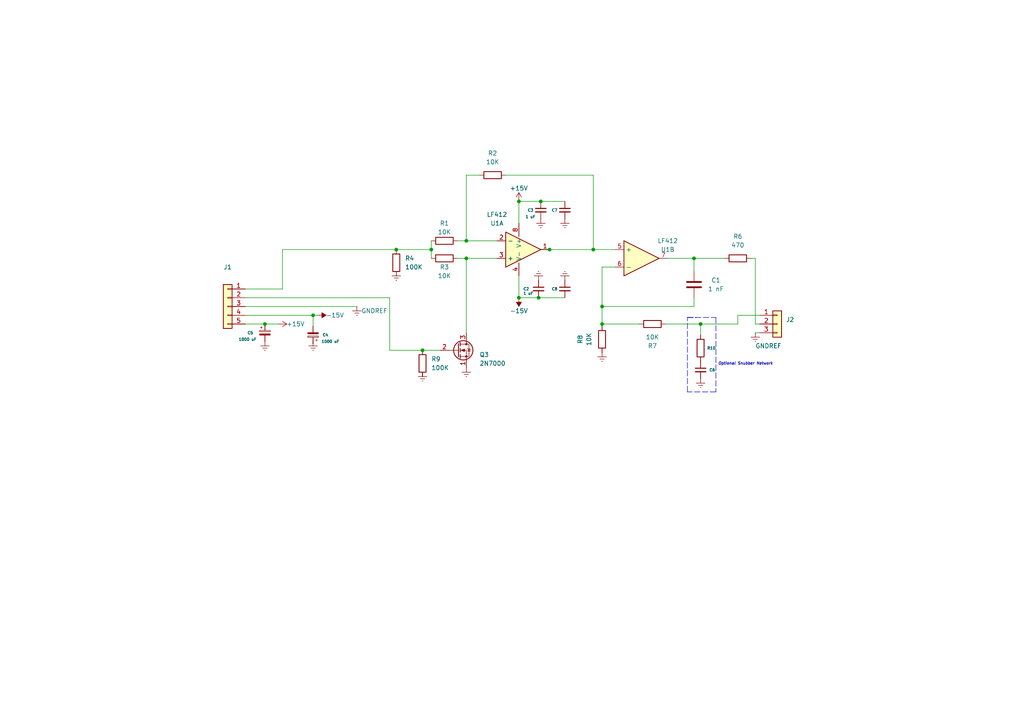
<source format=kicad_sch>
(kicad_sch (version 20211123) (generator eeschema)
  (paper "A4")
  (title_block (title "Peltier PID controller lab electronics ") (date "2022-01-06") (rev "1") (company "McGill University"))
  (lib_symbols
    (symbol "Connector_Generic:Conn_01x03" (pin_names (offset 1.016) hide)
      (property "Reference" "J" (at 0 5.08 0))
      (property "Value" "Conn_01x03" (at 0 -5.08 0))
      (symbol "Conn_01x03_1_1"
        (rectangle (start -1.27 -2.413) (end 0 -2.667) (stroke (width 0.1524)))
        (rectangle (start -1.27 0.127) (end 0 -0.127) (stroke (width 0.1524)))
        (rectangle (start -1.27 2.667) (end 0 2.413) (stroke (width 0.1524)))
        (rectangle (start -1.27 3.81) (end 1.27 -3.81) (stroke (width 0.254)) (fill (type background)))
        (pin passive line (at -5.08 2.54 0) (length 3.81) (name "Pin_1") (number "1"))
        (pin passive line (at -5.08 0 0) (length 3.81) (name "Pin_2") (number "2"))
        (pin passive line (at -5.08 -2.54 0) (length 3.81) (name "Pin_3") (number "3"))
      )
    )
    (symbol "Connector_Generic:Conn_01x05" (pin_names (offset 1.016) hide)
      (property "Reference" "J" (at 0 7.62 0))
      (property "Value" "Conn_01x05" (at 0 -7.62 0))
      (symbol "Conn_01x05_1_1"
        (rectangle (start -1.27 -4.953) (end 0 -5.207) (stroke (width 0.1524)))
        (rectangle (start -1.27 -2.413) (end 0 -2.667) (stroke (width 0.1524)))
        (rectangle (start -1.27 0.127) (end 0 -0.127) (stroke (width 0.1524)))
        (rectangle (start -1.27 2.667) (end 0 2.413) (stroke (width 0.1524)))
        (rectangle (start -1.27 5.207) (end 0 4.953) (stroke (width 0.1524)))
        (rectangle (start -1.27 6.35) (end 1.27 -6.35) (stroke (width 0.254)) (fill (type background)))
        (pin passive line (at -5.08 5.08 0) (length 3.81) (name "Pin_1") (number "1"))
        (pin passive line (at -5.08 2.54 0) (length 3.81) (name "Pin_2") (number "2"))
        (pin passive line (at -5.08 0 0) (length 3.81) (name "Pin_3") (number "3"))
        (pin passive line (at -5.08 -2.54 0) (length 3.81) (name "Pin_4") (number "4"))
        (pin passive line (at -5.08 -5.08 0) (length 3.81) (name "Pin_5") (number "5"))
      )
    )
    (symbol "Device:C" (pin_numbers hide) (pin_names (offset 0.254))
      (property "Reference" "C" (at 0.635 2.54 0))
      (property "Value" "C" (at 0.635 -2.54 0))
      (symbol "C_0_1"
        (polyline (pts (xy -2.032 -0.762) (xy 2.032 -0.762)) (stroke (width 0.508)))
        (polyline (pts (xy -2.032 0.762) (xy 2.032 0.762)) (stroke (width 0.508)))
      )
      (symbol "C_1_1"
        (pin passive line (at 0 3.81 270) (length 2.794) (name "~") (number "1"))
        (pin passive line (at 0 -3.81 90) (length 2.794) (name "~") (number "2"))
      )
    )
    (symbol "Device:C_Polarized_Small" (pin_numbers hide) (pin_names (offset 0.254) hide)
      (property "Reference" "C" (at 0.254 1.778 0))
      (property "Value" "C_Polarized_Small" (at 0.254 -2.032 0))
      (symbol "C_Polarized_Small_0_1"
        (rectangle (start -1.524 -0.3048) (end 1.524 -0.6858) (fill (type outline)))
        (rectangle (start -1.524 0.6858) (end 1.524 0.3048))
        (polyline (pts (xy -1.27 1.524) (xy -0.762 1.524)))
        (polyline (pts (xy -1.016 1.27) (xy -1.016 1.778)))
      )
      (symbol "C_Polarized_Small_1_1"
        (pin passive line (at 0 2.54 270) (length 1.8542) (name "~") (number "1"))
        (pin passive line (at 0 -2.54 90) (length 1.8542) (name "~") (number "2"))
      )
    )
    (symbol "Device:C_Small" (pin_numbers hide) (pin_names (offset 0.254) hide)
      (property "Reference" "C" (at 0.254 1.778 0))
      (property "Value" "C_Small" (at 0.254 -2.032 0))
      (symbol "C_Small_0_1"
        (polyline (pts (xy -1.524 -0.508) (xy 1.524 -0.508)) (stroke (width 0.3302)))
        (polyline (pts (xy -1.524 0.508) (xy 1.524 0.508)) (stroke (width 0.3048)))
      )
      (symbol "C_Small_1_1"
        (pin passive line (at 0 2.54 270) (length 2.032) (name "~") (number "1"))
        (pin passive line (at 0 -2.54 90) (length 2.032) (name "~") (number "2"))
      )
    )
    (symbol "Device:Opamp_Dual"
      (property "Reference" "U" (at 0 5.08 0))
      (property "Value" "Opamp_Dual" (at 0 -5.08 0))
      (symbol "Opamp_Dual_1_1"
        (polyline (pts (xy -5.08 5.08) (xy 5.08 0) (xy -5.08 -5.08) (xy -5.08 5.08)) (stroke (width 0.254)) (fill (type background)))
        (pin output line (at 7.62 0 180) (length 2.54) (name "~") (number "1"))
        (pin input line (at -7.62 -2.54 0) (length 2.54) (name "-") (number "2"))
        (pin input line (at -7.62 2.54 0) (length 2.54) (name "+") (number "3"))
      )
      (symbol "Opamp_Dual_2_1"
        (polyline (pts (xy -5.08 5.08) (xy 5.08 0) (xy -5.08 -5.08) (xy -5.08 5.08)) (stroke (width 0.254)) (fill (type background)))
        (pin input line (at -7.62 2.54 0) (length 2.54) (name "+") (number "5"))
        (pin input line (at -7.62 -2.54 0) (length 2.54) (name "-") (number "6"))
        (pin output line (at 7.62 0 180) (length 2.54) (name "~") (number "7"))
      )
      (symbol "Opamp_Dual_3_1"
        (pin power_in line (at -2.54 -7.62 90) (length 3.81) (name "V-") (number "4"))
        (pin power_in line (at -2.54 7.62 270) (length 3.81) (name "V+") (number "8"))
      )
    )
    (symbol "Device:R" (pin_numbers hide) (pin_names (offset 0))
      (property "Reference" "R" (at 2.032 0 90))
      (property "Value" "R" (at 0 0 90))
      (symbol "R_0_1"
        (rectangle (start -1.016 -2.54) (end 1.016 2.54) (stroke (width 0.254)))
      )
      (symbol "R_1_1"
        (pin passive line (at 0 3.81 270) (length 1.27) (name "~") (number "1"))
        (pin passive line (at 0 -3.81 90) (length 1.27) (name "~") (number "2"))
      )
    )
    (symbol "Transistor_FET:2N7000" (pin_names hide)
      (property "Reference" "Q" (at 5.08 1.905 0))
      (property "Value" "2N7000" (at 5.08 0 0))
      (symbol "2N7000_0_1"
        (polyline (pts (xy 0.254 0) (xy -2.54 0)))
        (polyline (pts (xy 0.254 1.905) (xy 0.254 -1.905)) (stroke (width 0.254)))
        (polyline (pts (xy 0.762 -1.27) (xy 0.762 -2.286)) (stroke (width 0.254)))
        (polyline (pts (xy 0.762 0.508) (xy 0.762 -0.508)) (stroke (width 0.254)))
        (polyline (pts (xy 0.762 2.286) (xy 0.762 1.27)) (stroke (width 0.254)))
        (polyline (pts (xy 2.54 2.54) (xy 2.54 1.778)))
        (polyline (pts (xy 2.54 -2.54) (xy 2.54 0) (xy 0.762 0)))
        (polyline (pts (xy 0.762 -1.778) (xy 3.302 -1.778) (xy 3.302 1.778) (xy 0.762 1.778)))
        (polyline (pts (xy 1.016 0) (xy 2.032 0.381) (xy 2.032 -0.381) (xy 1.016 0)) (fill (type outline)))
        (polyline (pts (xy 2.794 0.508) (xy 2.921 0.381) (xy 3.683 0.381) (xy 3.81 0.254)))
        (polyline (pts (xy 3.302 0.381) (xy 2.921 -0.254) (xy 3.683 -0.254) (xy 3.302 0.381)))
        (circle (center 1.651 0) (radius 2.794) (stroke (width 0.254)))
        (circle (center 2.54 -1.778) (radius 0.254) (fill (type outline)))
        (circle (center 2.54 1.778) (radius 0.254) (fill (type outline)))
      )
      (symbol "2N7000_1_1"
        (pin passive line (at 2.54 -5.08 90) (length 2.54) (name "S") (number "1"))
        (pin input line (at -5.08 0 0) (length 2.54) (name "G") (number "2"))
        (pin passive line (at 2.54 5.08 270) (length 2.54) (name "D") (number "3"))
      )
    )
    (symbol "power:+15V" (power) (pin_names (offset 0))
      (property "Value" "+15V" (at 0 3.556 0))
      (symbol "+15V_0_1"
        (polyline (pts (xy -0.762 1.27) (xy 0 2.54)))
        (polyline (pts (xy 0 0) (xy 0 2.54)))
        (polyline (pts (xy 0 2.54) (xy 0.762 1.27)))
      )
      (symbol "+15V_1_1"
        (pin power_in line (at 0 0 90) (length 0) hide (name "+15V") (number "1"))
      )
    )
    (symbol "power:-15V" (power) (pin_names (offset 0))
      (property "Value" "-15V" (at 0 3.81 0))
      (symbol "-15V_0_0"
        (pin power_in line (at 0 0 90) (length 0) hide (name "-15V") (number "1"))
      )
      (symbol "-15V_0_1"
        (polyline (pts (xy 0 0) (xy 0 1.27) (xy 0.762 1.27) (xy 0 2.54) (xy -0.762 1.27) (xy 0 1.27)) (fill (type outline)))
      )
    )
    (symbol "power:GNDREF" (power) (pin_names (offset 0))
      (property "Value" "GNDREF" (at 0 -3.81 0))
      (symbol "GNDREF_0_1"
        (polyline (pts (xy -0.635 -1.905) (xy 0.635 -1.905)))
        (polyline (pts (xy -0.127 -2.54) (xy 0.127 -2.54)))
        (polyline (pts (xy 0 -1.27) (xy 0 0)))
        (polyline (pts (xy 1.27 -1.27) (xy -1.27 -1.27)))
      )
      (symbol "GNDREF_1_1"
        (pin power_in line (at 0 0 270) (length 0) hide (name "GNDREF") (number "1"))
      )
    )
  )
  (junction (at 125.095 72.39))
  (junction (at 156.845 58.42))
  (junction (at 156.21 86.36))
  (junction (at 90.805 91.44))
  (junction (at 135.255 74.93))
  (junction (at 203.2 93.98))
  (junction (at 135.255 69.85))
  (junction (at 150.495 58.42))
  (junction (at 150.495 86.36))
  (junction (at 172.085 72.39))
  (junction (at 174.625 88.9))
  (junction (at 122.555 101.6))
  (junction (at 201.295 74.93))
  (junction (at 159.385 72.39))
  (junction (at 174.625 93.98))
  (junction (at 114.935 72.39))
  (junction (at 76.835 93.98))
  (wire (pts (xy 92.075 91.44) (xy 90.805 91.44)))
  (wire (pts (xy 174.625 93.98) (xy 174.625 94.615)))
  (wire (pts (xy 193.675 74.93) (xy 201.295 74.93)))
  (wire (pts (xy 113.03 86.36) (xy 113.03 101.6)))
  (wire (pts (xy 81.915 83.82) (xy 81.915 72.39)))
  (wire (pts (xy 156.845 72.39) (xy 159.385 72.39)))
  (wire (pts (xy 150.495 86.36) (xy 156.21 86.36)))
  (wire (pts (xy 213.995 91.44) (xy 220.345 91.44)))
  (wire (pts (xy 114.935 78.74) (xy 114.935 80.01)))
  (wire (pts (xy 71.12 93.98) (xy 76.835 93.98)))
  (wire (pts (xy 122.555 101.6) (xy 127.635 101.6)))
  (wire (pts (xy 201.295 74.93) (xy 210.185 74.93)))
  (wire (pts (xy 203.2 93.98) (xy 203.2 97.155)))
  (polyline (pts (xy 207.645 113.665) (xy 199.39 113.665)))
  (wire (pts (xy 219.075 93.98) (xy 220.345 93.98)))
  (polyline (pts (xy 207.645 92.075) (xy 207.645 113.665)))
  (wire (pts (xy 71.12 88.9) (xy 103.505 88.9)))
  (wire (pts (xy 174.625 77.47) (xy 178.435 77.47)))
  (wire (pts (xy 213.995 93.98) (xy 213.995 91.44)))
  (wire (pts (xy 174.625 88.9) (xy 174.625 93.98)))
  (wire (pts (xy 201.295 74.93) (xy 201.295 78.74)))
  (wire (pts (xy 150.495 58.42) (xy 150.495 64.77)))
  (wire (pts (xy 185.42 93.98) (xy 174.625 93.98)))
  (wire (pts (xy 174.625 77.47) (xy 174.625 88.9)))
  (polyline (pts (xy 199.39 92.075) (xy 201.93 92.075)))
  (wire (pts (xy 201.295 86.36) (xy 201.295 88.9)))
  (wire (pts (xy 156.21 86.36) (xy 163.83 86.36)))
  (wire (pts (xy 71.12 86.36) (xy 113.03 86.36)))
  (wire (pts (xy 150.495 58.42) (xy 156.845 58.42)))
  (wire (pts (xy 81.915 72.39) (xy 114.935 72.39)))
  (wire (pts (xy 90.805 91.44) (xy 71.12 91.44)))
  (wire (pts (xy 122.555 107.95) (xy 122.555 109.22)))
  (wire (pts (xy 71.12 83.82) (xy 81.915 83.82)))
  (wire (pts (xy 132.715 74.93) (xy 135.255 74.93)))
  (wire (pts (xy 135.255 74.93) (xy 135.255 96.52)))
  (wire (pts (xy 159.385 72.39) (xy 172.085 72.39)))
  (wire (pts (xy 76.835 93.98) (xy 80.645 93.98)))
  (polyline (pts (xy 199.39 113.665) (xy 199.39 92.075)))
  (wire (pts (xy 203.2 93.98) (xy 213.995 93.98)))
  (wire (pts (xy 125.095 72.39) (xy 125.095 74.93)))
  (wire (pts (xy 135.255 50.8) (xy 135.255 69.85)))
  (wire (pts (xy 139.065 50.8) (xy 135.255 50.8)))
  (wire (pts (xy 172.085 50.8) (xy 172.085 72.39)))
  (wire (pts (xy 150.495 80.01) (xy 150.495 86.36)))
  (wire (pts (xy 90.805 99.695) (xy 90.805 99.06)))
  (wire (pts (xy 125.095 69.85) (xy 125.095 72.39)))
  (wire (pts (xy 219.075 96.52) (xy 220.345 96.52)))
  (wire (pts (xy 114.935 72.39) (xy 125.095 72.39)))
  (wire (pts (xy 201.295 88.9) (xy 174.625 88.9)))
  (wire (pts (xy 219.075 74.93) (xy 217.805 74.93)))
  (wire (pts (xy 135.255 69.85) (xy 144.145 69.85)))
  (wire (pts (xy 90.805 91.44) (xy 90.805 94.615)))
  (wire (pts (xy 132.715 69.85) (xy 135.255 69.85)))
  (wire (pts (xy 113.03 101.6) (xy 122.555 101.6)))
  (wire (pts (xy 146.685 50.8) (xy 172.085 50.8)))
  (wire (pts (xy 156.845 58.42) (xy 163.83 58.42)))
  (polyline (pts (xy 199.39 92.075) (xy 207.645 92.075)))
  (wire (pts (xy 219.075 74.93) (xy 219.075 93.98)))
  (wire (pts (xy 172.085 72.39) (xy 178.435 72.39)))
  (wire (pts (xy 193.04 93.98) (xy 203.2 93.98)))
  (wire (pts (xy 135.255 74.93) (xy 144.145 74.93)))
  (text "Optional Snubber Network" (at 208.28 106.045 0) (effects (font (size 0.8 0.8) italic) (justify left bottom)))
  (symbol (lib_id "power:GNDREF") (at 156.21 81.28 180) (unit 1)
    (property "Reference" "#PWR0103" (effects hide))
    (property "Value" "GNDREF" (effects hide))
  )
  (symbol (lib_id "Device:C") (at 201.295 82.55 0) (unit 1)
    (property "Reference" "C1" (at 207.645 81.28 0))
    (property "Value" "1 nF" (at 207.645 83.82 0))
    (property "Footprint" "Capacitor_THT:C_Axial_L3.8mm_D2.6mm_P7.50mm_Horizontal" (effects hide))
  )
  (symbol (lib_id "Device:R") (at 122.555 105.41 0) (unit 1)
    (property "Reference" "R9" (at 125.095 104.1399 0) (effects (justify left)))
    (property "Value" "100K" (at 125.095 106.6799 0) (effects (justify left)))
    (property "Footprint" "Resistor_THT:R_Axial_DIN0207_L6.3mm_D2.5mm_P10.16mm_Horizontal" (effects hide))
  )
  (symbol (lib_id "Device:C_Small") (at 163.83 60.96 0) (mirror y) (unit 1)
    (property "Reference" "C7" (at 160.02 60.96 0) (effects (font (size 0.8 0.8)) (justify right)))
    (property "Value" "C_Small" (effects hide))
    (property "Footprint" "Capacitor_THT:C_Axial_L3.8mm_D2.6mm_P7.50mm_Horizontal" (effects hide))
  )
  (symbol (lib_id "Device:Opamp_Dual") (at 151.765 72.39 0) (mirror x) (unit 1)
    (property "Reference" "U1" (at 144.145 64.77 0))
    (property "Value" "LF412" (at 144.145 62.23 0))
    (property "Footprint" "Package_DIP:DIP-8_W7.62mm_Socket_LongPads" (effects hide))
  )
  (symbol (lib_id "power:GNDREF") (at 122.555 107.95 0) (unit 1)
    (property "Reference" "#PWR0104" (effects hide))
    (property "Value" "GNDREF" (effects hide))
  )
  (symbol (lib_id "power:-15V") (at 150.495 86.36 180) (unit 1)
    (property "Reference" "#PWR0109" (effects hide))
    (property "Value" "-15V" (at 150.495 90.17 0))
  )
  (symbol (lib_id "Device:Opamp_Dual") (at 153.035 72.39 0) (unit 3)
    (property "Reference" "U1" (effects hide))
    (property "Value" "LF412" (effects hide))
    (property "Footprint" "Package_DIP:DIP-8_W7.62mm_Socket_LongPads" (effects hide))
  )
  (symbol (lib_id "power:GNDREF") (at 114.935 78.74 0) (unit 1)
    (property "Reference" "#PWR0107" (effects hide))
    (property "Value" "GNDREF" (effects hide))
  )
  (symbol (lib_id "Device:Opamp_Dual") (at 186.055 74.93 0) (unit 2)
    (property "Reference" "U1" (at 193.675 72.39 0))
    (property "Value" "LF412" (at 193.675 69.85 0))
    (property "Footprint" "Package_DIP:DIP-8_W7.62mm_Socket_LongPads" (effects hide))
  )
  (symbol (lib_id "Device:R") (at 174.625 98.425 0) (mirror y) (unit 1)
    (property "Reference" "R8" (at 168.275 98.425 90))
    (property "Value" "10K" (at 170.815 98.425 90))
    (property "Footprint" "Resistor_THT:R_Axial_DIN0207_L6.3mm_D2.5mm_P10.16mm_Horizontal" (effects hide))
  )
  (symbol (lib_id "power:GNDREF") (at 174.625 102.235 0) (unit 1)
    (property "Reference" "#PWR0106" (effects hide))
    (property "Value" "GNDREF" (effects hide))
  )
  (symbol (lib_id "Device:R") (at 213.995 74.93 90) (unit 1)
    (property "Reference" "R6" (at 213.995 68.58 90))
    (property "Value" "470" (at 213.995 71.12 90))
    (property "Footprint" "Resistor_THT:R_Axial_DIN0207_L6.3mm_D2.5mm_P10.16mm_Horizontal" (effects hide))
  )
  (symbol (lib_id "power:GNDREF") (at 163.83 63.5 0) (unit 1)
    (property "Reference" "#PWR0117" (effects hide))
    (property "Value" "GNDREF" (effects hide))
  )
  (symbol (lib_id "power:GNDREF") (at 203.2 109.855 0) (unit 1)
    (property "Reference" "#PWR0115" (effects hide))
    (property "Value" "GNDREF" (effects hide))
  )
  (symbol (lib_id "Device:R") (at 203.2 100.965 0) (unit 1)
    (property "Reference" "R10" (at 205.105 100.965 0) (effects (font (size 0.8 0.8)) (justify left)))
    (property "Value" "R" (effects hide))
    (property "Footprint" "Resistor_THT:R_Axial_DIN0207_L6.3mm_D2.5mm_P10.16mm_Horizontal" (effects hide))
  )
  (symbol (lib_id "Device:R") (at 189.23 93.98 90) (mirror x) (unit 1)
    (property "Reference" "R7" (at 189.23 100.33 90))
    (property "Value" "10K" (at 189.23 97.79 90))
    (property "Footprint" "Resistor_THT:R_Axial_DIN0207_L6.3mm_D2.5mm_P10.16mm_Horizontal" (effects hide))
  )
  (symbol (lib_id "Device:C_Small") (at 156.21 83.82 0) (unit 1)
    (property "Reference" "C2" (at 151.765 83.8138 0) (effects (font (size 0.8 0.8)) (justify left)))
    (property "Value" "1 uF" (at 151.765 85.09 0) (effects (font (size 0.8 0.8)) (justify left)))
    (property "Footprint" "Capacitor_THT:C_Axial_L3.8mm_D2.6mm_P7.50mm_Horizontal" (effects hide))
  )
  (symbol (lib_id "power:+15V") (at 150.495 58.42 0) (unit 1)
    (property "Reference" "#PWR0112" (effects hide))
    (property "Value" "+15V" (at 150.495 54.61 0))
  )
  (symbol (lib_id "Connector_Generic:Conn_01x03") (at 225.425 93.98 0) (unit 1)
    (property "Reference" "J2" (at 227.965 92.7099 0) (effects (justify left)))
    (property "Value" "Conn_01x03" (effects hide))
    (property "Footprint" "KiCAD_footprints:1935174" (effects hide))
  )
  (symbol (lib_id "Device:R") (at 128.905 69.85 90) (unit 1)
    (property "Reference" "R1" (at 128.905 64.77 90))
    (property "Value" "10K" (at 128.905 67.31 90))
    (property "Footprint" "Resistor_THT:R_Axial_DIN0207_L6.3mm_D2.5mm_P10.16mm_Horizontal" (effects hide))
  )
  (symbol (lib_id "Transistor_FET:2N7000") (at 132.715 101.6 0) (unit 1)
    (property "Reference" "Q3" (at 139.065 102.87 0) (effects (justify left)))
    (property "Value" "2N7000" (at 139.065 105.41 0) (effects (justify left)))
    (property "Footprint" "Package_TO_SOT_THT:TO-92_Inline" (effects hide))
    (property "Datasheet" "https://www.onsemi.com/pub/Collateral/NDS7002A-D.PDF" (effects hide))
  )
  (symbol (lib_id "power:GNDREF") (at 156.845 63.5 0) (unit 1)
    (property "Reference" "#PWR0101" (effects hide))
    (property "Value" "GNDREF" (effects hide))
  )
  (symbol (lib_id "Device:C_Small") (at 203.2 107.315 0) (unit 1)
    (property "Reference" "C6" (at 205.74 107.315 0) (effects (font (size 0.8 0.8)) (justify left)))
    (property "Value" "C_Small" (effects hide))
    (property "Footprint" "Capacitor_THT:CP_Radial_D10.0mm_P5.00mm" (effects hide))
  )
  (symbol (lib_id "power:GNDREF") (at 76.835 99.06 0) (unit 1)
    (property "Reference" "#PWR0113" (effects hide))
    (property "Value" "GNDREF" (effects hide))
  )
  (symbol (lib_id "Device:R") (at 114.935 76.2 0) (unit 1)
    (property "Reference" "R4" (at 117.475 74.9299 0) (effects (justify left)))
    (property "Value" "100K" (at 117.475 77.4699 0) (effects (justify left)))
    (property "Footprint" "Resistor_THT:R_Axial_DIN0207_L6.3mm_D2.5mm_P10.16mm_Horizontal" (effects hide))
  )
  (symbol (lib_id "power:GNDREF") (at 103.505 88.9 0) (unit 1)
    (property "Reference" "#PWR0102" (effects hide))
    (property "Value" "GNDREF" (at 108.585 90.17 0))
  )
  (symbol (lib_id "Device:C_Polarized_Small") (at 90.805 97.155 180) (unit 1)
    (property "Reference" "C4" (at 95.25 97.155 0) (effects (font (size 0.8 0.8)) (justify left)))
    (property "Value" "1000 uF" (at 98.425 99.06 0) (effects (font (size 0.8 0.8)) (justify left)))
    (property "Footprint" "Capacitor_THT:CP_Radial_D10.0mm_P5.00mm" (effects hide))
  )
  (symbol (lib_id "power:-15V") (at 92.075 91.44 270) (unit 1)
    (property "Reference" "#PWR0105" (effects hide))
    (property "Value" "-15V" (at 97.155 91.44 90))
  )
  (symbol (lib_id "Device:R") (at 142.875 50.8 90) (unit 1)
    (property "Reference" "R2" (at 142.875 44.45 90))
    (property "Value" "10K" (at 142.875 46.99 90))
    (property "Footprint" "Resistor_THT:R_Axial_DIN0207_L6.3mm_D2.5mm_P10.16mm_Horizontal" (effects hide))
  )
  (symbol (lib_id "power:+15V") (at 80.645 93.98 270) (unit 1)
    (property "Reference" "#PWR0108" (effects hide))
    (property "Value" "+15V" (at 85.725 93.98 90))
  )
  (symbol (lib_id "power:GNDREF") (at 135.255 106.68 0) (unit 1)
    (property "Reference" "#PWR0110" (effects hide))
    (property "Value" "GNDREF" (effects hide))
  )
  (symbol (lib_id "Device:C_Polarized_Small") (at 76.835 96.52 0) (unit 1)
    (property "Reference" "C5" (at 71.755 96.52 0) (effects (font (size 0.8 0.8)) (justify left)))
    (property "Value" "1000 uF" (at 69.215 98.425 0) (effects (font (size 0.8 0.8)) (justify left)))
    (property "Footprint" "Capacitor_THT:CP_Radial_D10.0mm_P5.00mm" (effects hide))
  )
  (symbol (lib_id "Device:C_Small") (at 156.845 60.96 0) (unit 1)
    (property "Reference" "C3" (at 153.035 60.96 0) (effects (font (size 0.8 0.8)) (justify left)))
    (property "Value" "1 uF" (at 152.4 62.865 0) (effects (font (size 0.8 0.8)) (justify left)))
    (property "Footprint" "Capacitor_THT:C_Axial_L3.8mm_D2.6mm_P7.50mm_Horizontal" (effects hide))
  )
  (symbol (lib_id "Device:C_Small") (at 163.83 83.82 0) (unit 1)
    (property "Reference" "C8" (at 160.02 83.82 0) (effects (font (size 0.8 0.8)) (justify left)))
    (property "Value" "C_Small" (effects hide))
    (property "Footprint" "Capacitor_THT:C_Axial_L3.8mm_D2.6mm_P7.50mm_Horizontal" (effects hide))
  )
  (symbol (lib_id "power:GNDREF") (at 90.805 99.06 0) (unit 1)
    (property "Reference" "#PWR0111" (effects hide))
    (property "Value" "GNDREF" (effects hide))
  )
  (symbol (lib_id "power:GNDREF") (at 163.83 81.28 180) (unit 1)
    (property "Reference" "#PWR0116" (effects hide))
    (property "Value" "GNDREF" (effects hide))
  )
  (symbol (lib_id "Connector_Generic:Conn_01x05") (at 66.04 88.9 0) (mirror y) (unit 1)
    (property "Reference" "J1" (at 66.04 77.47 0))
    (property "Value" "Conn_01x05" (effects hide))
    (property "Footprint" "KiCAD_footprints:1935190" (effects hide))
  )
  (symbol (lib_id "Device:R") (at 128.905 74.93 90) (unit 1)
    (property "Reference" "R3" (at 128.905 77.47 90))
    (property "Value" "10K" (at 128.905 80.01 90))
    (property "Footprint" "Resistor_THT:R_Axial_DIN0207_L6.3mm_D2.5mm_P10.16mm_Horizontal" (effects hide))
  )
  (symbol (lib_id "power:GNDREF") (at 219.075 96.52 0) (unit 1)
    (property "Reference" "#PWR0114" (effects hide))
    (property "Value" "GNDREF" (at 222.885 100.33 0))
  )
)
</source>
